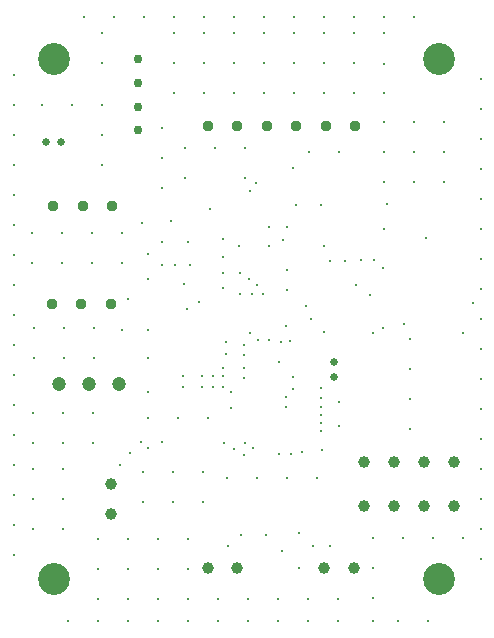
<source format=gbr>
%TF.GenerationSoftware,KiCad,Pcbnew,8.0.8*%
%TF.CreationDate,2025-02-05T17:51:10+01:00*%
%TF.ProjectId,Janus_finalV,4a616e75-735f-4666-996e-616c562e6b69,rev?*%
%TF.SameCoordinates,Original*%
%TF.FileFunction,Plated,1,4,PTH,Drill*%
%TF.FilePolarity,Positive*%
%FSLAX46Y46*%
G04 Gerber Fmt 4.6, Leading zero omitted, Abs format (unit mm)*
G04 Created by KiCad (PCBNEW 8.0.8) date 2025-02-05 17:51:10*
%MOMM*%
%LPD*%
G01*
G04 APERTURE LIST*
%TA.AperFunction,ViaDrill*%
%ADD10C,0.300000*%
%TD*%
%TA.AperFunction,ComponentDrill*%
%ADD11C,0.650000*%
%TD*%
%TA.AperFunction,ComponentDrill*%
%ADD12C,0.750000*%
%TD*%
%TA.AperFunction,ComponentDrill*%
%ADD13C,0.950000*%
%TD*%
%TA.AperFunction,ComponentDrill*%
%ADD14C,1.000000*%
%TD*%
%TA.AperFunction,ComponentDrill*%
%ADD15C,1.200000*%
%TD*%
%TA.AperFunction,ComponentDrill*%
%ADD16C,2.700000*%
%TD*%
G04 APERTURE END LIST*
D10*
X110950000Y-42950000D03*
X110950000Y-45490000D03*
X110950000Y-48030000D03*
X110950000Y-50570000D03*
X110950000Y-53110000D03*
X110950000Y-55650000D03*
X110950000Y-58190000D03*
X110950000Y-60730000D03*
X110950000Y-63270000D03*
X110950000Y-65810000D03*
X110950000Y-68350000D03*
X110950000Y-70890000D03*
X110950000Y-73430000D03*
X110950000Y-75970000D03*
X110950000Y-78510000D03*
X110950000Y-81050000D03*
X110950000Y-83590000D03*
X112500000Y-56300000D03*
X112500000Y-58840000D03*
X112600000Y-71500000D03*
X112600000Y-74040000D03*
X112600000Y-76250000D03*
X112600000Y-78790000D03*
X112600000Y-81330000D03*
X112650000Y-64350000D03*
X112650000Y-66890000D03*
X113350000Y-45500000D03*
X115040000Y-56300000D03*
X115040000Y-58840000D03*
X115140000Y-71500000D03*
X115140000Y-74040000D03*
X115140000Y-76250000D03*
X115140000Y-78790000D03*
X115140000Y-81330000D03*
X115190000Y-64350000D03*
X115190000Y-66890000D03*
X115550000Y-89150000D03*
X115890000Y-45500000D03*
X116940000Y-38000000D03*
X117580000Y-56300000D03*
X117580000Y-58840000D03*
X117680000Y-71500000D03*
X117680000Y-74040000D03*
X117730000Y-64350000D03*
X117730000Y-66890000D03*
X118090000Y-89150000D03*
X118100000Y-82200000D03*
X118100000Y-84740000D03*
X118100000Y-87280000D03*
X118400000Y-39400000D03*
X118400000Y-41940000D03*
X118430000Y-45500000D03*
X118430000Y-48040000D03*
X118430000Y-50580000D03*
X119480000Y-38000000D03*
X120000000Y-75900000D03*
X120100000Y-64550000D03*
X120120000Y-56300000D03*
X120120000Y-58840000D03*
X120600000Y-61850000D03*
X120630000Y-89150000D03*
X120640000Y-82200000D03*
X120640000Y-84740000D03*
X120640000Y-87280000D03*
X120800000Y-74900000D03*
X121750000Y-73950000D03*
X121850000Y-55450000D03*
X121900000Y-76550000D03*
X121900000Y-79090000D03*
X122020000Y-38000000D03*
X122300000Y-58050000D03*
X122300000Y-60200000D03*
X122300000Y-64500000D03*
X122300000Y-66840000D03*
X122300000Y-69800000D03*
X122300000Y-71920000D03*
X122300000Y-74460000D03*
X123170000Y-89150000D03*
X123180000Y-82200000D03*
X123180000Y-84740000D03*
X123180000Y-87280000D03*
X123500000Y-47400000D03*
X123500000Y-49940000D03*
X123500000Y-52480000D03*
X123500000Y-73950000D03*
X123550000Y-57100000D03*
X123550000Y-59000000D03*
X124250000Y-55250000D03*
X124440000Y-76550000D03*
X124440000Y-79090000D03*
X124550000Y-39400000D03*
X124550000Y-41940000D03*
X124550000Y-44480000D03*
X124560000Y-38000000D03*
X124650000Y-59000000D03*
X124840000Y-71920000D03*
X125300000Y-68400000D03*
X125300000Y-69300000D03*
X125350000Y-60650000D03*
X125450000Y-49100000D03*
X125450000Y-51640000D03*
X125600000Y-62750000D03*
X125710000Y-89150000D03*
X125720000Y-82200000D03*
X125720000Y-84740000D03*
X125720000Y-87280000D03*
X125750000Y-57050000D03*
X125850000Y-59000000D03*
X126650000Y-62100000D03*
X126900000Y-68400000D03*
X126900000Y-69300000D03*
X126980000Y-76550000D03*
X126980000Y-79090000D03*
X127090000Y-39400000D03*
X127090000Y-41940000D03*
X127090000Y-44480000D03*
X127100000Y-38000000D03*
X127380000Y-71920000D03*
X127550000Y-54300000D03*
X127800000Y-68400000D03*
X127800000Y-69300000D03*
X127990000Y-49100000D03*
X128250000Y-89150000D03*
X128260000Y-87280000D03*
X128700000Y-56800000D03*
X128700000Y-58300000D03*
X128700000Y-59700000D03*
X128700000Y-60950000D03*
X128700000Y-67700000D03*
X128700000Y-68400000D03*
X128700000Y-69300000D03*
X128750000Y-74050000D03*
X128900000Y-65500000D03*
X128900000Y-66500000D03*
X129000000Y-77050000D03*
X129100000Y-82800000D03*
X129400000Y-69800000D03*
X129400000Y-71100000D03*
X129630000Y-39400000D03*
X129630000Y-41940000D03*
X129630000Y-44480000D03*
X129640000Y-38000000D03*
X129650000Y-74550000D03*
X130000000Y-57400000D03*
X130100000Y-59700000D03*
X130100000Y-61500000D03*
X130200000Y-81900000D03*
X130450000Y-75100000D03*
X130500000Y-65800000D03*
X130500000Y-66650000D03*
X130500000Y-67750000D03*
X130500001Y-68600001D03*
X130530000Y-49100000D03*
X130530000Y-51640000D03*
X130550000Y-74100000D03*
X130790000Y-89150000D03*
X130800000Y-87280000D03*
X130850934Y-60150000D03*
X130950000Y-52700000D03*
X130950000Y-64726818D03*
X131100000Y-61500000D03*
X131235996Y-74511598D03*
X131450000Y-52075499D03*
X131540000Y-77050000D03*
X131600000Y-60700000D03*
X131655548Y-65325339D03*
X132100000Y-61500000D03*
X132170000Y-39400000D03*
X132170000Y-41940000D03*
X132170000Y-44480000D03*
X132180000Y-38000000D03*
X132350000Y-81900000D03*
X132571082Y-65392343D03*
X132600000Y-55800000D03*
X132600000Y-57400000D03*
X133330000Y-89150000D03*
X133340000Y-87280000D03*
X133400000Y-75000000D03*
X133450000Y-67250000D03*
X133553652Y-65526383D03*
X133700000Y-83250000D03*
X133800000Y-56875000D03*
X134000000Y-70200000D03*
X134000000Y-71000000D03*
X134050000Y-64200000D03*
X134080000Y-77050000D03*
X134100000Y-55800000D03*
X134100000Y-59400000D03*
X134100000Y-61100000D03*
X134350000Y-65450000D03*
X134471232Y-74971232D03*
X134600000Y-50800000D03*
X134650000Y-68450000D03*
X134650000Y-69500000D03*
X134710000Y-39400000D03*
X134710000Y-41940000D03*
X134710000Y-44480000D03*
X134720000Y-38000000D03*
X134900000Y-53900000D03*
X135100000Y-81700000D03*
X135150000Y-84700000D03*
X135380853Y-74804075D03*
X135750000Y-62500000D03*
X135870000Y-89150000D03*
X135880000Y-87280000D03*
X136000000Y-49450000D03*
X136100000Y-63600000D03*
X136300000Y-82800000D03*
X136620000Y-77050000D03*
X137000000Y-53900000D03*
X137000000Y-69400000D03*
X137000000Y-70300000D03*
X137000000Y-71000000D03*
X137000000Y-71700000D03*
X137000000Y-72400000D03*
X137000000Y-73100000D03*
X137050000Y-74700000D03*
X137200000Y-57400000D03*
X137250000Y-39400000D03*
X137250000Y-41940000D03*
X137250000Y-44480000D03*
X137250000Y-64700000D03*
X137260000Y-38000000D03*
X137750000Y-58650000D03*
X137750000Y-82800000D03*
X138410000Y-89150000D03*
X138420000Y-87280000D03*
X138500000Y-70600000D03*
X138500000Y-72600000D03*
X138540000Y-49450000D03*
X139000000Y-58650000D03*
X139790000Y-39400000D03*
X139790000Y-41940000D03*
X139790000Y-44480000D03*
X139800000Y-38000000D03*
X139925735Y-60674265D03*
X140400000Y-58600000D03*
X141100000Y-61550000D03*
X141350000Y-89150000D03*
X141380000Y-82140000D03*
X141380000Y-84680000D03*
X141380000Y-87220000D03*
X141400000Y-64750000D03*
X141500000Y-58550000D03*
X142250000Y-59300000D03*
X142250000Y-64350000D03*
X142300000Y-55950000D03*
X142340000Y-38000000D03*
X142350000Y-39400000D03*
X142350000Y-41950000D03*
X142350000Y-44450000D03*
X142350000Y-46900000D03*
X142350000Y-49440000D03*
X142350000Y-51980000D03*
X142600000Y-53800000D03*
X143490000Y-89150000D03*
X143920000Y-82140000D03*
X144000000Y-64000000D03*
X144500000Y-65300000D03*
X144500000Y-67840000D03*
X144500000Y-70380000D03*
X144500000Y-72920000D03*
X144880000Y-38000000D03*
X144890000Y-46900000D03*
X144890000Y-49440000D03*
X144890000Y-51980000D03*
X145900000Y-56700000D03*
X146030000Y-89150000D03*
X146460000Y-82140000D03*
X147430000Y-46900000D03*
X147430000Y-49440000D03*
X147430000Y-51980000D03*
X149000000Y-82140000D03*
X149020000Y-64750000D03*
X149850000Y-62200000D03*
X150500000Y-43300000D03*
X150500000Y-45840000D03*
X150500000Y-48380000D03*
X150500000Y-50920000D03*
X150500000Y-53460000D03*
X150500000Y-56000000D03*
X150500000Y-58540000D03*
X150500000Y-61080000D03*
X150500000Y-63620000D03*
X150500000Y-66160000D03*
X150500000Y-68700000D03*
X150500000Y-71240000D03*
X150500000Y-73780000D03*
X150500000Y-76320000D03*
X150500000Y-78860000D03*
X150500000Y-81400000D03*
X150500000Y-83940000D03*
D11*
%TO.C,J12*%
X113730000Y-48600000D03*
X115000000Y-48600000D03*
%TO.C,J13*%
X138100000Y-67250000D03*
X138100000Y-68520000D03*
D12*
%TO.C,J2*%
X121500000Y-41600000D03*
X121500000Y-43600000D03*
X121500000Y-45600000D03*
X121500000Y-47600000D03*
D13*
%TO.C,J5*%
X114200000Y-62300000D03*
%TO.C,J6*%
X114300000Y-54000000D03*
%TO.C,J5*%
X116700000Y-62300000D03*
%TO.C,J6*%
X116800000Y-54000000D03*
%TO.C,J5*%
X119200000Y-62300000D03*
%TO.C,J6*%
X119300000Y-54000000D03*
%TO.C,J8*%
X127400000Y-47200000D03*
X129900000Y-47200000D03*
X132400000Y-47200000D03*
X134900000Y-47200000D03*
X137400000Y-47200000D03*
X139900000Y-47200000D03*
D14*
%TO.C,J1*%
X119200000Y-77550000D03*
X119200000Y-80050000D03*
%TO.C,J9*%
X127400000Y-84700000D03*
X129900000Y-84700000D03*
%TO.C,J10*%
X137250000Y-84700000D03*
X139750000Y-84700000D03*
%TO.C,J14*%
X140600000Y-79400000D03*
%TO.C,J11*%
X140620000Y-75700000D03*
%TO.C,J14*%
X143140000Y-79400000D03*
%TO.C,J11*%
X143160000Y-75700000D03*
%TO.C,J14*%
X145680000Y-79400000D03*
%TO.C,J11*%
X145700000Y-75700000D03*
%TO.C,J14*%
X148220000Y-79400000D03*
%TO.C,J11*%
X148240000Y-75700000D03*
D15*
%TO.C,J4*%
X114820000Y-69100000D03*
X117360000Y-69100000D03*
X119900000Y-69100000D03*
D16*
%TO.C,H1*%
X114400000Y-41600000D03*
%TO.C,H4*%
X114400000Y-85600000D03*
%TO.C,H3*%
X147000000Y-41600000D03*
%TO.C,H2*%
X147000000Y-85600000D03*
M02*

</source>
